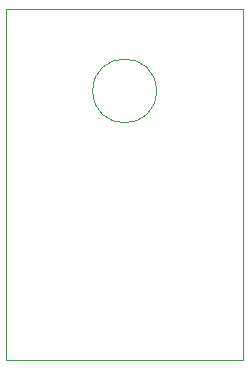
<source format=gbr>
%TF.GenerationSoftware,KiCad,Pcbnew,8.0.4*%
%TF.CreationDate,2024-11-25T16:13:59-04:00*%
%TF.ProjectId,Beacon-WirelessCharge,42656163-6f6e-42d5-9769-72656c657373,rev?*%
%TF.SameCoordinates,Original*%
%TF.FileFunction,Profile,NP*%
%FSLAX46Y46*%
G04 Gerber Fmt 4.6, Leading zero omitted, Abs format (unit mm)*
G04 Created by KiCad (PCBNEW 8.0.4) date 2024-11-25 16:13:59*
%MOMM*%
%LPD*%
G01*
G04 APERTURE LIST*
%TA.AperFunction,Profile*%
%ADD10C,0.075000*%
%TD*%
%TA.AperFunction,Profile*%
%ADD11C,0.100000*%
%TD*%
G04 APERTURE END LIST*
D10*
X43680000Y-44300000D02*
X63680000Y-44300000D01*
X63680000Y-74000000D01*
X43680000Y-74000000D01*
X43680000Y-44300000D01*
D11*
X56391750Y-51238250D02*
G75*
G02*
X50991750Y-51238250I-2700000J0D01*
G01*
X50991750Y-51238250D02*
G75*
G02*
X56391750Y-51238250I2700000J0D01*
G01*
M02*

</source>
